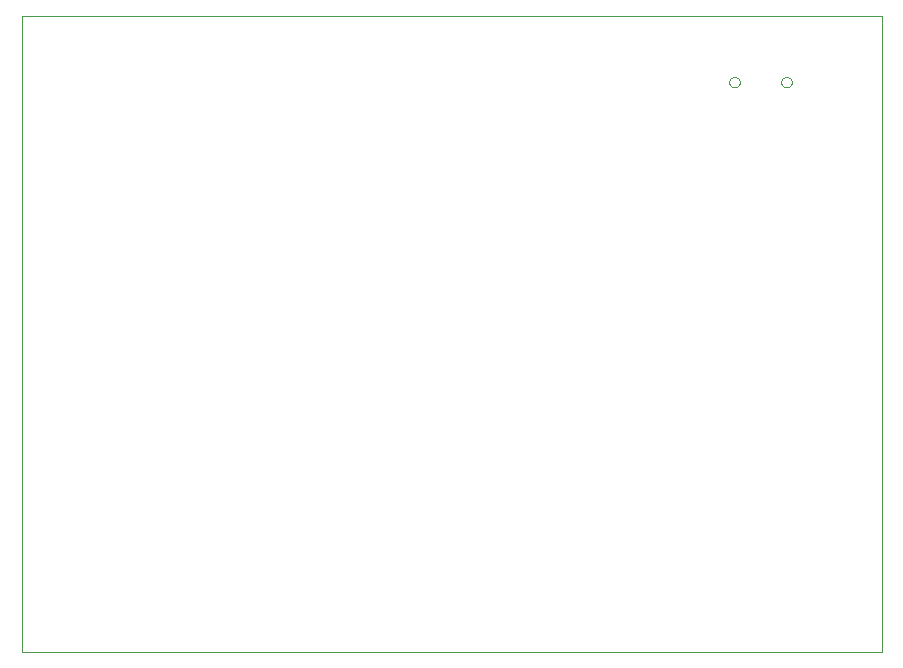
<source format=gko>
G75*
%MOIN*%
%OFA0B0*%
%FSLAX24Y24*%
%IPPOS*%
%LPD*%
%AMOC8*
5,1,8,0,0,1.08239X$1,22.5*
%
%ADD10C,0.0000*%
D10*
X000150Y000150D02*
X000150Y021350D01*
X028820Y021350D01*
X028820Y000150D01*
X000150Y000150D01*
X023741Y019150D02*
X023743Y019176D01*
X023749Y019202D01*
X023759Y019227D01*
X023772Y019250D01*
X023788Y019270D01*
X023808Y019288D01*
X023830Y019303D01*
X023853Y019315D01*
X023879Y019323D01*
X023905Y019327D01*
X023931Y019327D01*
X023957Y019323D01*
X023983Y019315D01*
X024007Y019303D01*
X024028Y019288D01*
X024048Y019270D01*
X024064Y019250D01*
X024077Y019227D01*
X024087Y019202D01*
X024093Y019176D01*
X024095Y019150D01*
X024093Y019124D01*
X024087Y019098D01*
X024077Y019073D01*
X024064Y019050D01*
X024048Y019030D01*
X024028Y019012D01*
X024006Y018997D01*
X023983Y018985D01*
X023957Y018977D01*
X023931Y018973D01*
X023905Y018973D01*
X023879Y018977D01*
X023853Y018985D01*
X023829Y018997D01*
X023808Y019012D01*
X023788Y019030D01*
X023772Y019050D01*
X023759Y019073D01*
X023749Y019098D01*
X023743Y019124D01*
X023741Y019150D01*
X025473Y019150D02*
X025475Y019176D01*
X025481Y019202D01*
X025491Y019227D01*
X025504Y019250D01*
X025520Y019270D01*
X025540Y019288D01*
X025562Y019303D01*
X025585Y019315D01*
X025611Y019323D01*
X025637Y019327D01*
X025663Y019327D01*
X025689Y019323D01*
X025715Y019315D01*
X025739Y019303D01*
X025760Y019288D01*
X025780Y019270D01*
X025796Y019250D01*
X025809Y019227D01*
X025819Y019202D01*
X025825Y019176D01*
X025827Y019150D01*
X025825Y019124D01*
X025819Y019098D01*
X025809Y019073D01*
X025796Y019050D01*
X025780Y019030D01*
X025760Y019012D01*
X025738Y018997D01*
X025715Y018985D01*
X025689Y018977D01*
X025663Y018973D01*
X025637Y018973D01*
X025611Y018977D01*
X025585Y018985D01*
X025561Y018997D01*
X025540Y019012D01*
X025520Y019030D01*
X025504Y019050D01*
X025491Y019073D01*
X025481Y019098D01*
X025475Y019124D01*
X025473Y019150D01*
M02*

</source>
